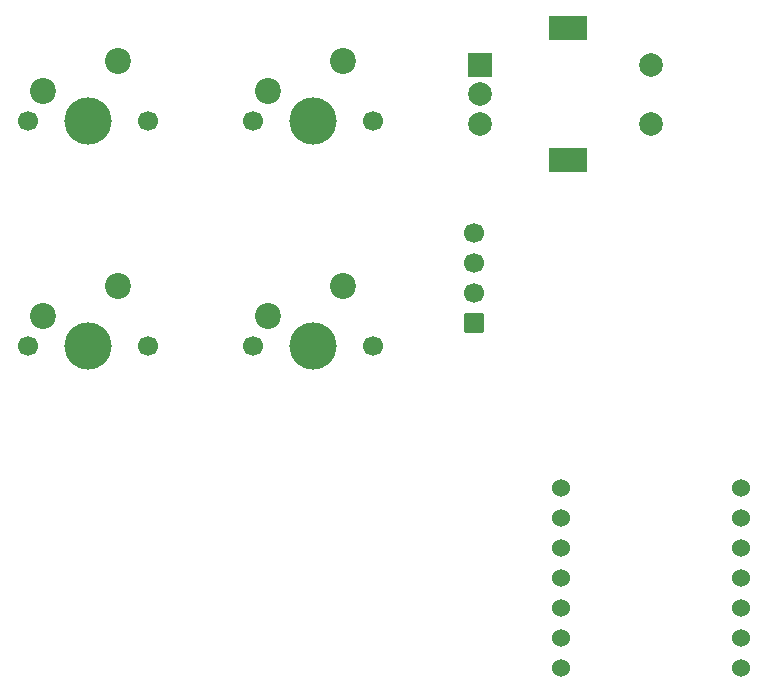
<source format=gbr>
%TF.GenerationSoftware,KiCad,Pcbnew,9.0.7*%
%TF.CreationDate,2026-02-10T21:25:41+00:00*%
%TF.ProjectId,micro discord board,6d696372-6f20-4646-9973-636f72642062,rev?*%
%TF.SameCoordinates,Original*%
%TF.FileFunction,Soldermask,Bot*%
%TF.FilePolarity,Negative*%
%FSLAX46Y46*%
G04 Gerber Fmt 4.6, Leading zero omitted, Abs format (unit mm)*
G04 Created by KiCad (PCBNEW 9.0.7) date 2026-02-10 21:25:41*
%MOMM*%
%LPD*%
G01*
G04 APERTURE LIST*
G04 Aperture macros list*
%AMRoundRect*
0 Rectangle with rounded corners*
0 $1 Rounding radius*
0 $2 $3 $4 $5 $6 $7 $8 $9 X,Y pos of 4 corners*
0 Add a 4 corners polygon primitive as box body*
4,1,4,$2,$3,$4,$5,$6,$7,$8,$9,$2,$3,0*
0 Add four circle primitives for the rounded corners*
1,1,$1+$1,$2,$3*
1,1,$1+$1,$4,$5*
1,1,$1+$1,$6,$7*
1,1,$1+$1,$8,$9*
0 Add four rect primitives between the rounded corners*
20,1,$1+$1,$2,$3,$4,$5,0*
20,1,$1+$1,$4,$5,$6,$7,0*
20,1,$1+$1,$6,$7,$8,$9,0*
20,1,$1+$1,$8,$9,$2,$3,0*%
G04 Aperture macros list end*
%ADD10C,1.700000*%
%ADD11C,4.000000*%
%ADD12C,2.200000*%
%ADD13C,1.524000*%
%ADD14RoundRect,0.170000X0.680000X-0.680000X0.680000X0.680000X-0.680000X0.680000X-0.680000X-0.680000X0*%
%ADD15R,2.000000X2.000000*%
%ADD16C,2.000000*%
%ADD17R,3.200000X2.000000*%
G04 APERTURE END LIST*
D10*
%TO.C,SW3*%
X80645000Y-66675000D03*
D11*
X85725000Y-66675000D03*
D10*
X90805000Y-66675000D03*
D12*
X88265000Y-61595000D03*
X81915000Y-64135000D03*
%TD*%
D13*
%TO.C,U1*%
X140970000Y-93980000D03*
X140970000Y-91440000D03*
X140970000Y-88900000D03*
X140970000Y-86360000D03*
X140970000Y-83820000D03*
X140970000Y-81280000D03*
X140970000Y-78740000D03*
X125730000Y-78740000D03*
X125730000Y-81280000D03*
X125730000Y-83820000D03*
X125730000Y-86360000D03*
X125730000Y-88900000D03*
X125730000Y-91440000D03*
X125730000Y-93980000D03*
%TD*%
D14*
%TO.C,U2*%
X118390000Y-64770000D03*
D10*
X118390000Y-62230000D03*
X118390000Y-59690000D03*
X118390000Y-57150000D03*
%TD*%
%TO.C,SW4*%
X99695000Y-66675000D03*
D11*
X104775000Y-66675000D03*
D10*
X109855000Y-66675000D03*
D12*
X107315000Y-61595000D03*
X100965000Y-64135000D03*
%TD*%
D15*
%TO.C,SW5*%
X118850000Y-42862500D03*
D16*
X118850000Y-47862500D03*
X118850000Y-45362500D03*
D17*
X126350000Y-39762500D03*
X126350000Y-50962500D03*
D16*
X133350000Y-47862500D03*
X133350000Y-42862500D03*
%TD*%
D10*
%TO.C,SW1*%
X80645000Y-47625000D03*
D11*
X85725000Y-47625000D03*
D10*
X90805000Y-47625000D03*
D12*
X88265000Y-42545000D03*
X81915000Y-45085000D03*
%TD*%
D10*
%TO.C,SW2*%
X99695000Y-47625000D03*
D11*
X104775000Y-47625000D03*
D10*
X109855000Y-47625000D03*
D12*
X107315000Y-42545000D03*
X100965000Y-45085000D03*
%TD*%
M02*

</source>
